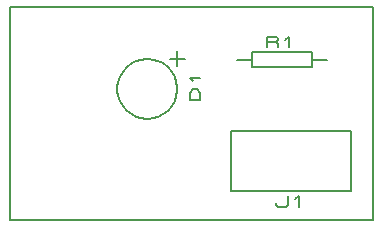
<source format=gbr>
G04 PROTEUS GERBER X2 FILE*
%TF.GenerationSoftware,Labcenter,Proteus,8.5-SP0-Build22067*%
%TF.CreationDate,2017-03-24T16:45:38+00:00*%
%TF.FileFunction,Legend,Top*%
%TF.FilePolarity,Positive*%
%TF.Part,Single*%
%FSLAX45Y45*%
%MOMM*%
G01*
%TA.AperFunction,Profile*%
%ADD13C,0.203200*%
%TA.AperFunction,Material*%
%ADD15C,0.203200*%
D13*
X-20000Y+40000D02*
X+3050000Y+40000D01*
X+3050000Y+1850000D01*
X-20000Y+1850000D01*
X-20000Y+40000D01*
D15*
X+1394000Y+1153000D02*
X+1393173Y+1173483D01*
X+1386455Y+1214450D01*
X+1372437Y+1255417D01*
X+1349659Y+1296384D01*
X+1314859Y+1337229D01*
X+1273892Y+1368845D01*
X+1232925Y+1389392D01*
X+1191958Y+1401629D01*
X+1150991Y+1406762D01*
X+1140000Y+1407000D01*
X+886000Y+1153000D02*
X+886827Y+1173483D01*
X+893545Y+1214450D01*
X+907563Y+1255417D01*
X+930341Y+1296384D01*
X+965141Y+1337229D01*
X+1006108Y+1368845D01*
X+1047075Y+1389392D01*
X+1088042Y+1401629D01*
X+1129009Y+1406762D01*
X+1140000Y+1407000D01*
X+886000Y+1153000D02*
X+886827Y+1132517D01*
X+893545Y+1091550D01*
X+907563Y+1050583D01*
X+930341Y+1009616D01*
X+965141Y+968771D01*
X+1006108Y+937155D01*
X+1047075Y+916608D01*
X+1088042Y+904371D01*
X+1129009Y+899238D01*
X+1140000Y+899000D01*
X+1394000Y+1153000D02*
X+1393173Y+1132517D01*
X+1386455Y+1091550D01*
X+1372437Y+1050583D01*
X+1349659Y+1009616D01*
X+1314859Y+968771D01*
X+1273892Y+937155D01*
X+1232925Y+916608D01*
X+1191958Y+904371D01*
X+1150991Y+899238D01*
X+1140000Y+899000D01*
X+1394000Y+1470500D02*
X+1394000Y+1343500D01*
X+1457500Y+1407000D02*
X+1330500Y+1407000D01*
X+1589580Y+1057750D02*
X+1498140Y+1057750D01*
X+1498140Y+1121250D01*
X+1528620Y+1153000D01*
X+1559100Y+1153000D01*
X+1589580Y+1121250D01*
X+1589580Y+1057750D01*
X+1528620Y+1216500D02*
X+1498140Y+1248250D01*
X+1589580Y+1248250D01*
X+1851000Y+289000D02*
X+2867000Y+289000D01*
X+2867000Y+797000D01*
X+1851000Y+797000D01*
X+1851000Y+289000D01*
X+2232000Y+187400D02*
X+2232000Y+172160D01*
X+2247875Y+156920D01*
X+2311375Y+156920D01*
X+2327250Y+172160D01*
X+2327250Y+248360D01*
X+2390750Y+217880D02*
X+2422500Y+248360D01*
X+2422500Y+156920D01*
X+1897000Y+1400000D02*
X+2024000Y+1400000D01*
X+2024000Y+1336500D02*
X+2532000Y+1336500D01*
X+2532000Y+1463500D01*
X+2024000Y+1463500D01*
X+2024000Y+1336500D01*
X+2532000Y+1400000D02*
X+2659000Y+1400000D01*
X+2151000Y+1504140D02*
X+2151000Y+1595580D01*
X+2230375Y+1595580D01*
X+2246250Y+1580340D01*
X+2246250Y+1565100D01*
X+2230375Y+1549860D01*
X+2151000Y+1549860D01*
X+2230375Y+1549860D02*
X+2246250Y+1534620D01*
X+2246250Y+1504140D01*
X+2309750Y+1565100D02*
X+2341500Y+1595580D01*
X+2341500Y+1504140D01*
M02*

</source>
